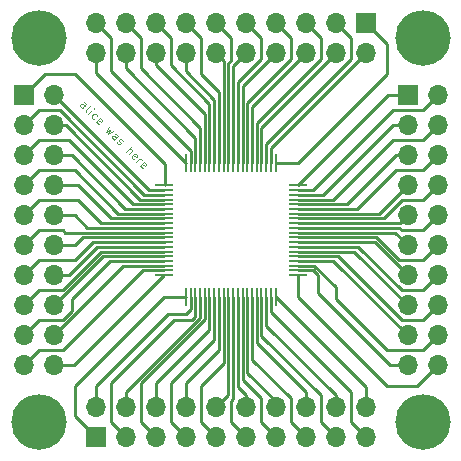
<source format=gtl>
%TF.GenerationSoftware,KiCad,Pcbnew,6.0.0*%
%TF.CreationDate,2022-01-11T23:33:24+00:00*%
%TF.ProjectId,qfp-80-breakout,7166702d-3830-42d6-9272-65616b6f7574,rev?*%
%TF.SameCoordinates,Original*%
%TF.FileFunction,Copper,L1,Top*%
%TF.FilePolarity,Positive*%
%FSLAX46Y46*%
G04 Gerber Fmt 4.6, Leading zero omitted, Abs format (unit mm)*
G04 Created by KiCad (PCBNEW 6.0.0) date 2022-01-11 23:33:24*
%MOMM*%
%LPD*%
G01*
G04 APERTURE LIST*
G04 Aperture macros list*
%AMRoundRect*
0 Rectangle with rounded corners*
0 $1 Rounding radius*
0 $2 $3 $4 $5 $6 $7 $8 $9 X,Y pos of 4 corners*
0 Add a 4 corners polygon primitive as box body*
4,1,4,$2,$3,$4,$5,$6,$7,$8,$9,$2,$3,0*
0 Add four circle primitives for the rounded corners*
1,1,$1+$1,$2,$3*
1,1,$1+$1,$4,$5*
1,1,$1+$1,$6,$7*
1,1,$1+$1,$8,$9*
0 Add four rect primitives between the rounded corners*
20,1,$1+$1,$2,$3,$4,$5,0*
20,1,$1+$1,$4,$5,$6,$7,0*
20,1,$1+$1,$6,$7,$8,$9,0*
20,1,$1+$1,$8,$9,$2,$3,0*%
G04 Aperture macros list end*
%ADD10C,0.100000*%
%TA.AperFunction,NonConductor*%
%ADD11C,0.100000*%
%TD*%
%TA.AperFunction,ComponentPad*%
%ADD12O,1.700000X1.700000*%
%TD*%
%TA.AperFunction,ComponentPad*%
%ADD13R,1.700000X1.700000*%
%TD*%
%TA.AperFunction,ComponentPad*%
%ADD14C,4.700000*%
%TD*%
%TA.AperFunction,SMDPad,CuDef*%
%ADD15RoundRect,0.062500X-0.062500X-0.675000X0.062500X-0.675000X0.062500X0.675000X-0.062500X0.675000X0*%
%TD*%
%TA.AperFunction,SMDPad,CuDef*%
%ADD16RoundRect,0.062500X-0.675000X-0.062500X0.675000X-0.062500X0.675000X0.062500X-0.675000X0.062500X0*%
%TD*%
%TA.AperFunction,Conductor*%
%ADD17C,0.250000*%
%TD*%
G04 APERTURE END LIST*
D10*
D11*
X173624349Y-100158183D02*
X173883622Y-99898911D01*
X173907192Y-99828200D01*
X173883622Y-99757490D01*
X173789341Y-99663209D01*
X173718630Y-99639638D01*
X173647919Y-100134613D02*
X173577209Y-100111043D01*
X173459357Y-99993192D01*
X173435787Y-99922481D01*
X173459357Y-99851770D01*
X173506498Y-99804630D01*
X173577209Y-99781060D01*
X173647919Y-99804630D01*
X173765770Y-99922481D01*
X173836481Y-99946051D01*
X173930762Y-100464596D02*
X173907192Y-100393886D01*
X173930762Y-100323175D01*
X174355026Y-99898911D01*
X174119324Y-100653158D02*
X174449307Y-100323175D01*
X174614299Y-100158183D02*
X174567158Y-100158183D01*
X174567158Y-100205324D01*
X174614299Y-100205324D01*
X174614299Y-100158183D01*
X174567158Y-100205324D01*
X174590728Y-101077422D02*
X174520018Y-101053852D01*
X174425737Y-100959571D01*
X174402167Y-100888860D01*
X174402167Y-100841720D01*
X174425737Y-100771009D01*
X174567158Y-100629588D01*
X174637869Y-100606018D01*
X174685009Y-100606018D01*
X174755720Y-100629588D01*
X174850001Y-100723869D01*
X174873571Y-100794579D01*
X174991422Y-101478116D02*
X174920712Y-101454546D01*
X174826431Y-101360265D01*
X174802860Y-101289554D01*
X174826431Y-101218844D01*
X175014992Y-101030282D01*
X175085703Y-101006712D01*
X175156414Y-101030282D01*
X175250695Y-101124563D01*
X175274265Y-101195273D01*
X175250695Y-101265984D01*
X175203554Y-101313124D01*
X174920712Y-101124563D01*
X175863521Y-101737389D02*
X175627818Y-102161653D01*
X175957801Y-102020231D01*
X175816380Y-102350214D01*
X176240644Y-102114512D01*
X176311355Y-102845189D02*
X176570627Y-102585917D01*
X176594198Y-102515206D01*
X176570627Y-102444495D01*
X176476346Y-102350214D01*
X176405636Y-102326644D01*
X176334925Y-102821619D02*
X176264214Y-102798049D01*
X176146363Y-102680198D01*
X176122793Y-102609487D01*
X176146363Y-102538776D01*
X176193504Y-102491636D01*
X176264214Y-102468066D01*
X176334925Y-102491636D01*
X176452776Y-102609487D01*
X176523487Y-102633057D01*
X176547057Y-103033751D02*
X176570627Y-103104462D01*
X176664908Y-103198743D01*
X176735619Y-103222313D01*
X176806330Y-103198743D01*
X176829900Y-103175172D01*
X176853470Y-103104462D01*
X176829900Y-103033751D01*
X176759189Y-102963040D01*
X176735619Y-102892330D01*
X176759189Y-102821619D01*
X176782759Y-102798049D01*
X176853470Y-102774478D01*
X176924181Y-102798049D01*
X176994891Y-102868759D01*
X177018462Y-102939470D01*
X177324875Y-103858709D02*
X177819849Y-103363734D01*
X177537007Y-104070841D02*
X177796279Y-103811568D01*
X177819849Y-103740858D01*
X177796279Y-103670147D01*
X177725568Y-103599436D01*
X177654858Y-103575866D01*
X177607717Y-103575866D01*
X177984841Y-104471535D02*
X177914130Y-104447965D01*
X177819849Y-104353684D01*
X177796279Y-104282973D01*
X177819849Y-104212262D01*
X178008411Y-104023700D01*
X178079122Y-104000130D01*
X178149832Y-104023700D01*
X178244113Y-104117981D01*
X178267684Y-104188692D01*
X178244113Y-104259403D01*
X178196973Y-104306543D01*
X177914130Y-104117981D01*
X178196973Y-104730807D02*
X178526956Y-104400824D01*
X178432675Y-104495105D02*
X178503386Y-104471535D01*
X178550526Y-104471535D01*
X178621237Y-104495105D01*
X178668377Y-104542245D01*
X178715518Y-105202212D02*
X178644807Y-105178642D01*
X178550526Y-105084361D01*
X178526956Y-105013650D01*
X178550526Y-104942939D01*
X178739088Y-104754377D01*
X178809799Y-104730807D01*
X178880509Y-104754377D01*
X178974790Y-104848658D01*
X178998361Y-104919369D01*
X178974790Y-104990080D01*
X178927650Y-105037220D01*
X178644807Y-104848658D01*
D12*
%TO.P,REF\u002A\u002A,20*%
%TO.N,N/C*%
X171196000Y-121920000D03*
%TO.P,REF\u002A\u002A,19*%
X168656000Y-121920000D03*
%TO.P,REF\u002A\u002A,18*%
X171196000Y-119380000D03*
%TO.P,REF\u002A\u002A,17*%
X168656000Y-119380000D03*
%TO.P,REF\u002A\u002A,16*%
X171196000Y-116840000D03*
%TO.P,REF\u002A\u002A,15*%
X168656000Y-116840000D03*
%TO.P,REF\u002A\u002A,14*%
X171196000Y-114300000D03*
%TO.P,REF\u002A\u002A,13*%
X168656000Y-114300000D03*
%TO.P,REF\u002A\u002A,12*%
X171196000Y-111760000D03*
%TO.P,REF\u002A\u002A,11*%
X168656000Y-111760000D03*
%TO.P,REF\u002A\u002A,10*%
X171196000Y-109220000D03*
%TO.P,REF\u002A\u002A,9*%
X168656000Y-109220000D03*
%TO.P,REF\u002A\u002A,8*%
X171196000Y-106680000D03*
%TO.P,REF\u002A\u002A,7*%
X168656000Y-106680000D03*
%TO.P,REF\u002A\u002A,6*%
X171196000Y-104140000D03*
%TO.P,REF\u002A\u002A,5*%
X168656000Y-104140000D03*
%TO.P,REF\u002A\u002A,4*%
X171196000Y-101600000D03*
%TO.P,REF\u002A\u002A,3*%
X168656000Y-101600000D03*
%TO.P,REF\u002A\u002A,2*%
X171196000Y-99060000D03*
D13*
%TO.P,REF\u002A\u002A,1*%
X168656000Y-99060000D03*
%TD*%
D12*
%TO.P,REF\u002A\u002A,20*%
%TO.N,N/C*%
X197612000Y-125476000D03*
%TO.P,REF\u002A\u002A,19*%
X197612000Y-128016000D03*
%TO.P,REF\u002A\u002A,18*%
X195072000Y-125476000D03*
%TO.P,REF\u002A\u002A,17*%
X195072000Y-128016000D03*
%TO.P,REF\u002A\u002A,16*%
X192532000Y-125476000D03*
%TO.P,REF\u002A\u002A,15*%
X192532000Y-128016000D03*
%TO.P,REF\u002A\u002A,14*%
X189992000Y-125476000D03*
%TO.P,REF\u002A\u002A,13*%
X189992000Y-128016000D03*
%TO.P,REF\u002A\u002A,12*%
X187452000Y-125476000D03*
%TO.P,REF\u002A\u002A,11*%
X187452000Y-128016000D03*
%TO.P,REF\u002A\u002A,10*%
X184912000Y-125476000D03*
%TO.P,REF\u002A\u002A,9*%
X184912000Y-128016000D03*
%TO.P,REF\u002A\u002A,8*%
X182372000Y-125476000D03*
%TO.P,REF\u002A\u002A,7*%
X182372000Y-128016000D03*
%TO.P,REF\u002A\u002A,6*%
X179832000Y-125476000D03*
%TO.P,REF\u002A\u002A,5*%
X179832000Y-128016000D03*
%TO.P,REF\u002A\u002A,4*%
X177292000Y-125476000D03*
%TO.P,REF\u002A\u002A,3*%
X177292000Y-128016000D03*
%TO.P,REF\u002A\u002A,2*%
X174752000Y-125476000D03*
D13*
%TO.P,REF\u002A\u002A,1*%
X174752000Y-128016000D03*
%TD*%
D12*
%TO.P,REF\u002A\u002A,20*%
%TO.N,N/C*%
X174752000Y-95504000D03*
%TO.P,REF\u002A\u002A,19*%
X174752000Y-92964000D03*
%TO.P,REF\u002A\u002A,18*%
X177292000Y-95504000D03*
%TO.P,REF\u002A\u002A,17*%
X177292000Y-92964000D03*
%TO.P,REF\u002A\u002A,16*%
X179832000Y-95504000D03*
%TO.P,REF\u002A\u002A,15*%
X179832000Y-92964000D03*
%TO.P,REF\u002A\u002A,14*%
X182372000Y-95504000D03*
%TO.P,REF\u002A\u002A,13*%
X182372000Y-92964000D03*
%TO.P,REF\u002A\u002A,12*%
X184912000Y-95504000D03*
%TO.P,REF\u002A\u002A,11*%
X184912000Y-92964000D03*
%TO.P,REF\u002A\u002A,10*%
X187452000Y-95504000D03*
%TO.P,REF\u002A\u002A,9*%
X187452000Y-92964000D03*
%TO.P,REF\u002A\u002A,8*%
X189992000Y-95504000D03*
%TO.P,REF\u002A\u002A,7*%
X189992000Y-92964000D03*
%TO.P,REF\u002A\u002A,6*%
X192532000Y-95504000D03*
%TO.P,REF\u002A\u002A,5*%
X192532000Y-92964000D03*
%TO.P,REF\u002A\u002A,4*%
X195072000Y-95504000D03*
%TO.P,REF\u002A\u002A,3*%
X195072000Y-92964000D03*
%TO.P,REF\u002A\u002A,2*%
X197612000Y-95504000D03*
D13*
%TO.P,REF\u002A\u002A,1*%
X197612000Y-92964000D03*
%TD*%
D12*
%TO.P,REF\u002A\u002A,20*%
%TO.N,N/C*%
X203708000Y-121920000D03*
%TO.P,REF\u002A\u002A,19*%
X201168000Y-121920000D03*
%TO.P,REF\u002A\u002A,18*%
X203708000Y-119380000D03*
%TO.P,REF\u002A\u002A,17*%
X201168000Y-119380000D03*
%TO.P,REF\u002A\u002A,16*%
X203708000Y-116840000D03*
%TO.P,REF\u002A\u002A,15*%
X201168000Y-116840000D03*
%TO.P,REF\u002A\u002A,14*%
X203708000Y-114300000D03*
%TO.P,REF\u002A\u002A,13*%
X201168000Y-114300000D03*
%TO.P,REF\u002A\u002A,12*%
X203708000Y-111760000D03*
%TO.P,REF\u002A\u002A,11*%
X201168000Y-111760000D03*
%TO.P,REF\u002A\u002A,10*%
X203708000Y-109220000D03*
%TO.P,REF\u002A\u002A,9*%
X201168000Y-109220000D03*
%TO.P,REF\u002A\u002A,8*%
X203708000Y-106680000D03*
%TO.P,REF\u002A\u002A,7*%
X201168000Y-106680000D03*
%TO.P,REF\u002A\u002A,6*%
X203708000Y-104140000D03*
%TO.P,REF\u002A\u002A,5*%
X201168000Y-104140000D03*
%TO.P,REF\u002A\u002A,4*%
X203708000Y-101600000D03*
%TO.P,REF\u002A\u002A,3*%
X201168000Y-101600000D03*
%TO.P,REF\u002A\u002A,2*%
X203708000Y-99060000D03*
D13*
%TO.P,REF\u002A\u002A,1*%
X201168000Y-99060000D03*
%TD*%
D14*
%TO.P,REF\u002A\u002A,1*%
%TO.N,N/C*%
X169926000Y-126746000D03*
%TD*%
%TO.P,REF\u002A\u002A,1*%
%TO.N,N/C*%
X202438000Y-126746000D03*
%TD*%
%TO.P,REF\u002A\u002A,1*%
%TO.N,N/C*%
X202438000Y-94234000D03*
%TD*%
%TO.P,REF\u002A\u002A,1*%
%TO.N,N/C*%
X169926000Y-94234000D03*
%TD*%
D15*
%TO.P,QFP-80,80*%
%TO.N,N/C*%
X182382000Y-104827500D03*
%TO.P,QFP-80,79*%
X182782000Y-104827500D03*
%TO.P,QFP-80,78*%
X183182000Y-104827500D03*
%TO.P,QFP-80,77*%
X183582000Y-104827500D03*
%TO.P,QFP-80,76*%
X183982000Y-104827500D03*
%TO.P,QFP-80,75*%
X184382000Y-104827500D03*
%TO.P,QFP-80,74*%
X184782000Y-104827500D03*
%TO.P,QFP-80,73*%
X185182000Y-104827500D03*
%TO.P,QFP-80,72*%
X185582000Y-104827500D03*
%TO.P,QFP-80,71*%
X185982000Y-104827500D03*
%TO.P,QFP-80,70*%
X186382000Y-104827500D03*
%TO.P,QFP-80,69*%
X186782000Y-104827500D03*
%TO.P,QFP-80,68*%
X187182000Y-104827500D03*
%TO.P,QFP-80,67*%
X187582000Y-104827500D03*
%TO.P,QFP-80,66*%
X187982000Y-104827500D03*
%TO.P,QFP-80,65*%
X188382000Y-104827500D03*
%TO.P,QFP-80,64*%
X188782000Y-104827500D03*
%TO.P,QFP-80,63*%
X189182000Y-104827500D03*
%TO.P,QFP-80,62*%
X189582000Y-104827500D03*
%TO.P,QFP-80,61*%
X189982000Y-104827500D03*
D16*
%TO.P,QFP-80,60*%
X191844500Y-106690000D03*
%TO.P,QFP-80,59*%
X191844500Y-107090000D03*
%TO.P,QFP-80,58*%
X191844500Y-107490000D03*
%TO.P,QFP-80,57*%
X191844500Y-107890000D03*
%TO.P,QFP-80,56*%
X191844500Y-108290000D03*
%TO.P,QFP-80,55*%
X191844500Y-108690000D03*
%TO.P,QFP-80,54*%
X191844500Y-109090000D03*
%TO.P,QFP-80,53*%
X191844500Y-109490000D03*
%TO.P,QFP-80,52*%
X191844500Y-109890000D03*
%TO.P,QFP-80,51*%
X191844500Y-110290000D03*
%TO.P,QFP-80,50*%
X191844500Y-110690000D03*
%TO.P,QFP-80,49*%
X191844500Y-111090000D03*
%TO.P,QFP-80,48*%
X191844500Y-111490000D03*
%TO.P,QFP-80,47*%
X191844500Y-111890000D03*
%TO.P,QFP-80,46*%
X191844500Y-112290000D03*
%TO.P,QFP-80,45*%
X191844500Y-112690000D03*
%TO.P,QFP-80,44*%
X191844500Y-113090000D03*
%TO.P,QFP-80,43*%
X191844500Y-113490000D03*
%TO.P,QFP-80,42*%
X191844500Y-113890000D03*
%TO.P,QFP-80,41*%
X191844500Y-114290000D03*
D15*
%TO.P,QFP-80,40*%
X189982000Y-116152500D03*
%TO.P,QFP-80,39*%
X189582000Y-116152500D03*
%TO.P,QFP-80,38*%
X189182000Y-116152500D03*
%TO.P,QFP-80,37*%
X188782000Y-116152500D03*
%TO.P,QFP-80,36*%
X188382000Y-116152500D03*
%TO.P,QFP-80,35*%
X187982000Y-116152500D03*
%TO.P,QFP-80,34*%
X187582000Y-116152500D03*
%TO.P,QFP-80,33*%
X187182000Y-116152500D03*
%TO.P,QFP-80,32*%
X186782000Y-116152500D03*
%TO.P,QFP-80,31*%
X186382000Y-116152500D03*
%TO.P,QFP-80,30*%
X185982000Y-116152500D03*
%TO.P,QFP-80,29*%
X185582000Y-116152500D03*
%TO.P,QFP-80,28*%
X185182000Y-116152500D03*
%TO.P,QFP-80,27*%
X184782000Y-116152500D03*
%TO.P,QFP-80,26*%
X184382000Y-116152500D03*
%TO.P,QFP-80,25*%
X183982000Y-116152500D03*
%TO.P,QFP-80,24*%
X183582000Y-116152500D03*
%TO.P,QFP-80,23*%
X183182000Y-116152500D03*
%TO.P,QFP-80,22*%
X182782000Y-116152500D03*
%TO.P,QFP-80,21*%
X182382000Y-116152500D03*
D16*
%TO.P,QFP-80,20*%
X180519500Y-114290000D03*
%TO.P,QFP-80,19*%
X180519500Y-113890000D03*
%TO.P,QFP-80,18*%
X180519500Y-113490000D03*
%TO.P,QFP-80,17*%
X180519500Y-113090000D03*
%TO.P,QFP-80,16*%
X180519500Y-112690000D03*
%TO.P,QFP-80,15*%
X180519500Y-112290000D03*
%TO.P,QFP-80,14*%
X180519500Y-111890000D03*
%TO.P,QFP-80,13*%
X180519500Y-111490000D03*
%TO.P,QFP-80,12*%
X180519500Y-111090000D03*
%TO.P,QFP-80,11*%
X180519500Y-110690000D03*
%TO.P,QFP-80,10*%
X180519500Y-110290000D03*
%TO.P,QFP-80,9*%
X180519500Y-109890000D03*
%TO.P,QFP-80,8*%
X180519500Y-109490000D03*
%TO.P,QFP-80,7*%
X180519500Y-109090000D03*
%TO.P,QFP-80,6*%
X180519500Y-108690000D03*
%TO.P,QFP-80,5*%
X180519500Y-108290000D03*
%TO.P,QFP-80,4*%
X180519500Y-107890000D03*
%TO.P,QFP-80,3*%
X180519500Y-107490000D03*
%TO.P,QFP-80,2*%
X180519500Y-107090000D03*
%TO.P,QFP-80,1*%
X180519500Y-106690000D03*
%TD*%
D17*
%TO.N,*%
X182782000Y-104827500D02*
X182782000Y-103788000D01*
X182782000Y-103788000D02*
X176022000Y-97028000D01*
X176022000Y-97028000D02*
X176022000Y-94234000D01*
X176022000Y-94234000D02*
X174752000Y-92964000D01*
X183182000Y-104827500D02*
X183182000Y-102664000D01*
X183182000Y-102664000D02*
X177292000Y-96774000D01*
X177292000Y-96774000D02*
X177292000Y-95504000D01*
X178562000Y-96774000D02*
X178562000Y-94234000D01*
X178562000Y-94234000D02*
X177292000Y-92964000D01*
X183582000Y-104827500D02*
X183582000Y-101794000D01*
X183582000Y-101794000D02*
X178562000Y-96774000D01*
X183982000Y-104827500D02*
X183982000Y-100670000D01*
X183982000Y-100670000D02*
X179832000Y-96520000D01*
X179832000Y-96520000D02*
X179832000Y-95504000D01*
X181102000Y-94234000D02*
X179832000Y-92964000D01*
X184382000Y-99800000D02*
X181102000Y-96520000D01*
X184382000Y-104827500D02*
X184382000Y-99800000D01*
X181102000Y-96520000D02*
X181102000Y-94234000D01*
X184782000Y-99438000D02*
X182372000Y-97028000D01*
X184782000Y-104827500D02*
X184782000Y-99438000D01*
X182372000Y-97028000D02*
X182372000Y-95504000D01*
X182372000Y-92964000D02*
X183642000Y-94234000D01*
X183642000Y-94234000D02*
X183642000Y-97282000D01*
X183642000Y-97282000D02*
X185182000Y-98822000D01*
X185182000Y-98822000D02*
X185182000Y-104827500D01*
X185582000Y-104827500D02*
X185582000Y-96174000D01*
X185582000Y-96174000D02*
X184912000Y-95504000D01*
X184912000Y-92964000D02*
X186182000Y-94234000D01*
X186182000Y-94234000D02*
X186182000Y-96120000D01*
X186182000Y-96120000D02*
X185982000Y-96320000D01*
X185982000Y-96320000D02*
X185982000Y-104827500D01*
X186382000Y-104827500D02*
X186382000Y-96574000D01*
X186382000Y-96574000D02*
X187452000Y-95504000D01*
X187452000Y-92964000D02*
X188722000Y-94234000D01*
X186782000Y-97952000D02*
X186782000Y-104827500D01*
X188722000Y-94234000D02*
X188722000Y-96012000D01*
X188722000Y-96012000D02*
X186782000Y-97952000D01*
X187182000Y-104827500D02*
X187182000Y-98314000D01*
X187182000Y-98314000D02*
X189992000Y-95504000D01*
X187582000Y-99692000D02*
X191262000Y-96012000D01*
X191262000Y-94234000D02*
X189992000Y-92964000D01*
X187582000Y-104827500D02*
X187582000Y-99692000D01*
X191262000Y-96012000D02*
X191262000Y-94234000D01*
X187982000Y-104827500D02*
X187982000Y-100054000D01*
X187982000Y-100054000D02*
X192532000Y-95504000D01*
X193802000Y-96012000D02*
X193802000Y-94234000D01*
X188382000Y-104827500D02*
X188382000Y-101432000D01*
X193802000Y-94234000D02*
X192532000Y-92964000D01*
X188382000Y-101432000D02*
X193802000Y-96012000D01*
X188782000Y-104827500D02*
X188782000Y-101794000D01*
X188782000Y-101794000D02*
X195072000Y-95504000D01*
X199390000Y-97282000D02*
X199390000Y-94742000D01*
X199390000Y-94742000D02*
X197612000Y-92964000D01*
X189182000Y-103172000D02*
X196342000Y-96012000D01*
X189182000Y-104827500D02*
X189182000Y-103172000D01*
X196342000Y-96012000D02*
X196342000Y-94234000D01*
X196342000Y-94234000D02*
X195072000Y-92964000D01*
X189582000Y-104827500D02*
X189582000Y-103534000D01*
X189582000Y-103534000D02*
X197612000Y-95504000D01*
X199898000Y-100330000D02*
X202438000Y-100330000D01*
X191844500Y-107090000D02*
X193138000Y-107090000D01*
X193138000Y-107090000D02*
X199898000Y-100330000D01*
X202438000Y-100330000D02*
X203708000Y-99060000D01*
X191844500Y-107490000D02*
X194008000Y-107490000D01*
X194008000Y-107490000D02*
X199898000Y-101600000D01*
X199898000Y-101600000D02*
X201168000Y-101600000D01*
X199898000Y-102870000D02*
X202438000Y-102870000D01*
X191844500Y-107890000D02*
X194878000Y-107890000D01*
X194878000Y-107890000D02*
X199898000Y-102870000D01*
X202438000Y-102870000D02*
X203708000Y-101600000D01*
X191844500Y-108290000D02*
X196002000Y-108290000D01*
X196002000Y-108290000D02*
X200152000Y-104140000D01*
X200152000Y-104140000D02*
X201168000Y-104140000D01*
X196872000Y-108690000D02*
X200152000Y-105410000D01*
X191844500Y-108690000D02*
X196872000Y-108690000D01*
X200152000Y-105410000D02*
X202438000Y-105410000D01*
X202438000Y-105410000D02*
X203708000Y-104140000D01*
X191844500Y-109090000D02*
X198758000Y-109090000D01*
X198758000Y-109090000D02*
X201168000Y-106680000D01*
X191844500Y-109490000D02*
X199120000Y-109490000D01*
X200660000Y-107950000D02*
X202438000Y-107950000D01*
X199120000Y-109490000D02*
X200660000Y-107950000D01*
X202438000Y-107950000D02*
X203708000Y-106680000D01*
X191844500Y-109890000D02*
X200498000Y-109890000D01*
X200498000Y-109890000D02*
X201168000Y-109220000D01*
X200460000Y-110290000D02*
X200660000Y-110490000D01*
X191844500Y-110290000D02*
X200460000Y-110290000D01*
X200660000Y-110490000D02*
X202438000Y-110490000D01*
X202438000Y-110490000D02*
X203708000Y-109220000D01*
X191844500Y-110690000D02*
X200098000Y-110690000D01*
X200098000Y-110690000D02*
X201168000Y-111760000D01*
X198466000Y-111090000D02*
X200406000Y-113030000D01*
X191844500Y-111090000D02*
X198466000Y-111090000D01*
X200406000Y-113030000D02*
X202438000Y-113030000D01*
X202438000Y-113030000D02*
X203708000Y-111760000D01*
X191844500Y-111490000D02*
X198358000Y-111490000D01*
X198358000Y-111490000D02*
X201168000Y-114300000D01*
X191844500Y-111890000D02*
X196980000Y-111890000D01*
X196980000Y-111890000D02*
X200660000Y-115570000D01*
X200660000Y-115570000D02*
X202438000Y-115570000D01*
X202438000Y-115570000D02*
X203708000Y-114300000D01*
X191844500Y-112290000D02*
X196618000Y-112290000D01*
X196618000Y-112290000D02*
X201168000Y-116840000D01*
X195240000Y-112690000D02*
X200660000Y-118110000D01*
X191844500Y-112690000D02*
X195240000Y-112690000D01*
X200660000Y-118110000D02*
X202438000Y-118110000D01*
X202438000Y-118110000D02*
X203708000Y-116840000D01*
X191844500Y-113090000D02*
X194878000Y-113090000D01*
X194878000Y-113090000D02*
X201168000Y-119380000D01*
X195072000Y-116332000D02*
X199390000Y-120650000D01*
X193246000Y-113490000D02*
X195072000Y-115316000D01*
X191844500Y-113490000D02*
X193246000Y-113490000D01*
X195072000Y-115316000D02*
X195072000Y-116332000D01*
X199390000Y-120650000D02*
X202438000Y-120650000D01*
X202438000Y-120650000D02*
X203708000Y-119380000D01*
X201168000Y-121920000D02*
X199644000Y-121920000D01*
X193138000Y-113890000D02*
X193548000Y-114300000D01*
X199644000Y-121920000D02*
X193548000Y-115824000D01*
X193548000Y-115824000D02*
X193548000Y-114300000D01*
X191844500Y-113890000D02*
X193138000Y-113890000D01*
X189582000Y-116152500D02*
X189582000Y-117446000D01*
X189582000Y-117446000D02*
X196342000Y-124206000D01*
X196342000Y-126746000D02*
X197612000Y-128016000D01*
X196342000Y-124206000D02*
X196342000Y-126746000D01*
X189182000Y-116152500D02*
X189182000Y-118570000D01*
X189182000Y-118570000D02*
X195072000Y-124460000D01*
X195072000Y-124460000D02*
X195072000Y-125476000D01*
X188782000Y-116152500D02*
X188782000Y-119440000D01*
X188782000Y-119440000D02*
X193802000Y-124460000D01*
X193802000Y-124460000D02*
X193802000Y-126746000D01*
X193802000Y-126746000D02*
X195072000Y-128016000D01*
X188382000Y-116152500D02*
X188382000Y-120056000D01*
X188382000Y-120056000D02*
X192532000Y-124206000D01*
X192532000Y-124206000D02*
X192532000Y-125476000D01*
X187982000Y-116152500D02*
X187982000Y-121434000D01*
X187982000Y-121434000D02*
X191262000Y-124714000D01*
X191262000Y-124714000D02*
X191262000Y-126746000D01*
X191262000Y-126746000D02*
X192532000Y-128016000D01*
X187582000Y-116152500D02*
X187582000Y-122558000D01*
X187582000Y-122558000D02*
X189992000Y-124968000D01*
X189992000Y-124968000D02*
X189992000Y-125476000D01*
X187182000Y-116152500D02*
X187182000Y-123174000D01*
X187182000Y-123174000D02*
X188722000Y-124714000D01*
X188722000Y-124714000D02*
X188722000Y-126746000D01*
X188722000Y-126746000D02*
X189992000Y-128016000D01*
X186782000Y-116152500D02*
X186782000Y-123790000D01*
X186782000Y-123790000D02*
X187452000Y-124460000D01*
X187452000Y-124460000D02*
X187452000Y-125476000D01*
X186382000Y-124768000D02*
X186182000Y-124968000D01*
X186182000Y-126746000D02*
X187452000Y-128016000D01*
X186382000Y-116152500D02*
X186382000Y-124768000D01*
X186182000Y-124968000D02*
X186182000Y-126746000D01*
X185982000Y-116152500D02*
X185982000Y-124406000D01*
X185982000Y-124406000D02*
X184912000Y-125476000D01*
X185582000Y-116152500D02*
X185582000Y-121758000D01*
X185582000Y-121758000D02*
X183642000Y-123698000D01*
X183642000Y-123698000D02*
X183642000Y-126746000D01*
X183642000Y-126746000D02*
X184912000Y-128016000D01*
X182372000Y-125476000D02*
X182372000Y-123444000D01*
X182372000Y-123444000D02*
X185182000Y-120634000D01*
X185182000Y-120634000D02*
X185182000Y-116152500D01*
X184782000Y-116152500D02*
X184782000Y-119764000D01*
X184782000Y-119764000D02*
X181102000Y-123444000D01*
X181102000Y-123444000D02*
X181102000Y-126746000D01*
X181102000Y-126746000D02*
X182372000Y-128016000D01*
X184382000Y-116152500D02*
X184382000Y-118894000D01*
X179832000Y-123444000D02*
X179832000Y-125476000D01*
X184382000Y-118894000D02*
X179832000Y-123444000D01*
X179832000Y-128016000D02*
X178562000Y-126746000D01*
X178562000Y-126746000D02*
X178562000Y-123444000D01*
X178562000Y-123444000D02*
X183982000Y-118024000D01*
X183982000Y-118024000D02*
X183982000Y-116152500D01*
X183582000Y-116152500D02*
X183582000Y-117916000D01*
X183582000Y-117916000D02*
X177292000Y-124206000D01*
X177292000Y-124206000D02*
X177292000Y-125476000D01*
X181356000Y-118110000D02*
X182880000Y-118110000D01*
X176022000Y-126746000D02*
X176022000Y-123444000D01*
X177292000Y-128016000D02*
X176022000Y-126746000D01*
X182880000Y-118110000D02*
X183182000Y-117808000D01*
X176022000Y-123444000D02*
X181356000Y-118110000D01*
X183182000Y-117808000D02*
X183182000Y-116152500D01*
X182372000Y-117602000D02*
X180848000Y-117602000D01*
X182782000Y-116152500D02*
X182782000Y-117192000D01*
X182782000Y-117192000D02*
X182372000Y-117602000D01*
X180848000Y-117602000D02*
X174752000Y-123698000D01*
X174752000Y-123698000D02*
X174752000Y-125476000D01*
X169926000Y-120650000D02*
X171958000Y-120650000D01*
X171958000Y-120650000D02*
X178718000Y-113890000D01*
X168656000Y-121920000D02*
X169926000Y-120650000D01*
X178718000Y-113890000D02*
X180519500Y-113890000D01*
X180519500Y-113090000D02*
X175962000Y-113090000D01*
X169926000Y-118110000D02*
X168656000Y-119380000D01*
X175962000Y-113090000D02*
X172720000Y-116332000D01*
X172720000Y-116332000D02*
X172720000Y-117348000D01*
X172720000Y-117348000D02*
X171958000Y-118110000D01*
X171958000Y-118110000D02*
X169926000Y-118110000D01*
X180519500Y-113490000D02*
X177086000Y-113490000D01*
X177086000Y-113490000D02*
X171196000Y-119380000D01*
X171196000Y-116840000D02*
X175346000Y-112690000D01*
X175346000Y-112690000D02*
X180519500Y-112690000D01*
X180519500Y-112290000D02*
X175238000Y-112290000D01*
X175238000Y-112290000D02*
X171958000Y-115570000D01*
X171958000Y-115570000D02*
X169926000Y-115570000D01*
X169926000Y-115570000D02*
X168656000Y-116840000D01*
X180519500Y-111890000D02*
X174876000Y-111890000D01*
X174876000Y-111890000D02*
X172466000Y-114300000D01*
X172466000Y-114300000D02*
X171196000Y-114300000D01*
X169926000Y-113030000D02*
X172974000Y-113030000D01*
X168656000Y-114300000D02*
X169926000Y-113030000D01*
X174498000Y-111506000D02*
X180594000Y-111506000D01*
X172974000Y-113030000D02*
X174498000Y-111506000D01*
X180519500Y-110690000D02*
X172158000Y-110690000D01*
X172158000Y-110690000D02*
X171958000Y-110490000D01*
X171958000Y-110490000D02*
X169926000Y-110490000D01*
X169926000Y-110490000D02*
X168656000Y-111760000D01*
X180519500Y-111090000D02*
X173644000Y-111090000D01*
X173644000Y-111090000D02*
X172974000Y-111760000D01*
X172974000Y-111760000D02*
X171196000Y-111760000D01*
X168656000Y-109220000D02*
X169926000Y-107950000D01*
X169926000Y-107950000D02*
X173228000Y-107950000D01*
X173228000Y-107950000D02*
X175168000Y-109890000D01*
X175168000Y-109890000D02*
X180519500Y-109890000D01*
X174044000Y-110290000D02*
X172974000Y-109220000D01*
X180519500Y-110290000D02*
X174044000Y-110290000D01*
X172974000Y-109220000D02*
X171196000Y-109220000D01*
X171196000Y-106680000D02*
X173228000Y-106680000D01*
X176038000Y-109490000D02*
X180519500Y-109490000D01*
X173228000Y-106680000D02*
X176038000Y-109490000D01*
X180519500Y-107490000D02*
X178864000Y-107490000D01*
X178864000Y-107490000D02*
X171704000Y-100330000D01*
X171704000Y-100330000D02*
X169926000Y-100330000D01*
X169926000Y-100330000D02*
X168656000Y-101600000D01*
X180519500Y-108290000D02*
X177886000Y-108290000D01*
X177886000Y-108290000D02*
X172466000Y-102870000D01*
X172466000Y-102870000D02*
X169926000Y-102870000D01*
X169926000Y-102870000D02*
X168656000Y-104140000D01*
X180519500Y-108690000D02*
X177270000Y-108690000D01*
X171196000Y-104140000D02*
X172720000Y-104140000D01*
X172720000Y-104140000D02*
X177270000Y-108690000D01*
X168656000Y-106680000D02*
X169926000Y-105410000D01*
X169926000Y-105410000D02*
X172974000Y-105410000D01*
X172974000Y-105410000D02*
X176654000Y-109090000D01*
X176654000Y-109090000D02*
X180519500Y-109090000D01*
X180519500Y-107890000D02*
X178502000Y-107890000D01*
X172212000Y-101600000D02*
X171196000Y-101600000D01*
X178502000Y-107890000D02*
X172212000Y-101600000D01*
X180519500Y-107090000D02*
X179226000Y-107090000D01*
X179226000Y-107090000D02*
X171196000Y-99060000D01*
X199390000Y-97282000D02*
X191844500Y-104827500D01*
X191844500Y-104827500D02*
X189982000Y-104827500D01*
X191844500Y-106690000D02*
X199474500Y-99060000D01*
X199474500Y-99060000D02*
X201168000Y-99060000D01*
X201930000Y-123698000D02*
X199390000Y-123698000D01*
X203708000Y-121920000D02*
X201930000Y-123698000D01*
X199390000Y-123698000D02*
X191844500Y-116152500D01*
X191844500Y-116152500D02*
X191844500Y-114290000D01*
X189982000Y-116152500D02*
X197612000Y-123782500D01*
X197612000Y-123782500D02*
X197612000Y-125476000D01*
X172974000Y-126238000D02*
X172974000Y-123698000D01*
X174752000Y-128016000D02*
X172974000Y-126238000D01*
X180519500Y-116152500D02*
X182382000Y-116152500D01*
X172974000Y-123698000D02*
X180519500Y-116152500D01*
X180594000Y-104902000D02*
X180594000Y-106680000D01*
X170434000Y-97282000D02*
X172974000Y-97282000D01*
X168656000Y-99060000D02*
X170434000Y-97282000D01*
X172974000Y-97282000D02*
X180594000Y-104902000D01*
X180519500Y-114290000D02*
X172889500Y-121920000D01*
X172889500Y-121920000D02*
X171196000Y-121920000D01*
X182382000Y-104827500D02*
X174752000Y-97197500D01*
X174752000Y-97197500D02*
X174752000Y-95504000D01*
%TD*%
M02*

</source>
